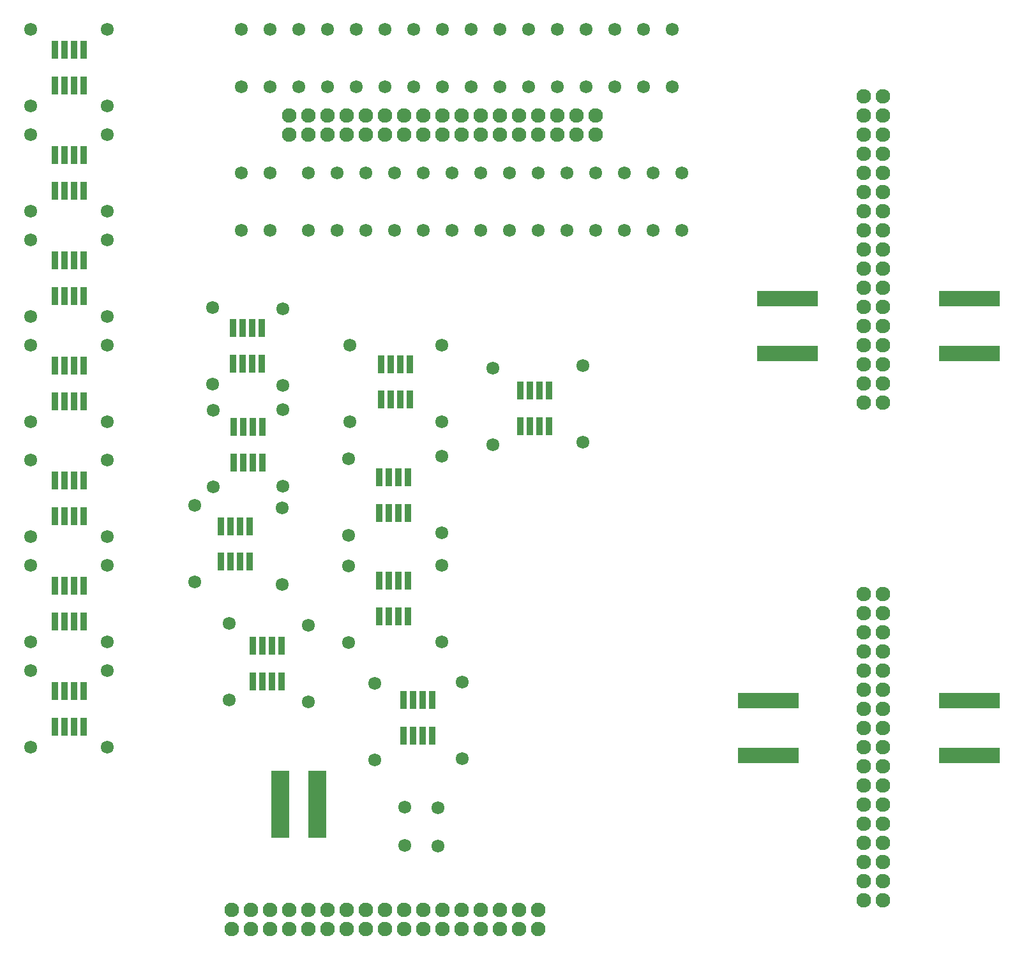
<source format=gbr>
G04 #@! TF.FileFunction,Soldermask,Top*
%FSLAX46Y46*%
G04 Gerber Fmt 4.6, Leading zero omitted, Abs format (unit mm)*
G04 Created by KiCad (PCBNEW 4.0.4-stable) date 12/23/16 23:50:51*
%MOMM*%
%LPD*%
G01*
G04 APERTURE LIST*
%ADD10C,0.100000*%
%ADD11R,0.831800X2.051000*%
%ADD12C,1.720800*%
%ADD13C,1.930000*%
%ADD14R,0.958800X2.381200*%
%ADD15R,2.381200X0.755600*%
G04 APERTURE END LIST*
D10*
D11*
X183108600Y-82372200D03*
X183769000Y-82372200D03*
X184404000Y-82372200D03*
X185064400Y-82372200D03*
X185724800Y-82372200D03*
X186359800Y-82372200D03*
X187020200Y-82372200D03*
X187655200Y-82372200D03*
X188315600Y-82372200D03*
X188976000Y-82372200D03*
X189611000Y-82372200D03*
X190271400Y-82372200D03*
X190271400Y-75107800D03*
X189611000Y-75107800D03*
X188976000Y-75107800D03*
X188315600Y-75107800D03*
X187655200Y-75107800D03*
X187020200Y-75107800D03*
X186359800Y-75107800D03*
X185724800Y-75107800D03*
X185064400Y-75107800D03*
X184404000Y-75107800D03*
X183769000Y-75107800D03*
X183108600Y-75107800D03*
X156438600Y-135712200D03*
X157099000Y-135712200D03*
X157734000Y-135712200D03*
X158394400Y-135712200D03*
X159054800Y-135712200D03*
X159689800Y-135712200D03*
X160350200Y-135712200D03*
X160985200Y-135712200D03*
X161645600Y-135712200D03*
X162306000Y-135712200D03*
X162941000Y-135712200D03*
X163601400Y-135712200D03*
X163601400Y-128447800D03*
X162941000Y-128447800D03*
X162306000Y-128447800D03*
X161645600Y-128447800D03*
X160985200Y-128447800D03*
X160350200Y-128447800D03*
X159689800Y-128447800D03*
X159054800Y-128447800D03*
X158394400Y-128447800D03*
X157734000Y-128447800D03*
X157099000Y-128447800D03*
X156438600Y-128447800D03*
D12*
X111810800Y-142570200D03*
X111810800Y-147650200D03*
X116179600Y-142697200D03*
X116179600Y-147777200D03*
D13*
X137160000Y-50800000D03*
X137160000Y-53340000D03*
X134620000Y-50800000D03*
X134620000Y-53340000D03*
X132080000Y-50800000D03*
X132080000Y-53340000D03*
X129540000Y-50800000D03*
X129540000Y-53340000D03*
X127000000Y-50800000D03*
X127000000Y-53340000D03*
X124460000Y-50800000D03*
X124460000Y-53340000D03*
X121920000Y-50800000D03*
X121920000Y-53340000D03*
X119380000Y-50800000D03*
X119380000Y-53340000D03*
X116840000Y-50800000D03*
X116840000Y-53340000D03*
X114300000Y-50800000D03*
X114300000Y-53340000D03*
X111760000Y-50800000D03*
X111760000Y-53340000D03*
X109220000Y-50800000D03*
X109220000Y-53340000D03*
X106680000Y-50800000D03*
X106680000Y-53340000D03*
X104140000Y-50800000D03*
X104140000Y-53340000D03*
X101600000Y-50800000D03*
X101600000Y-53340000D03*
X99060000Y-50800000D03*
X99060000Y-53340000D03*
X96520000Y-50800000D03*
X96520000Y-53340000D03*
X175260000Y-88900000D03*
X172720000Y-88900000D03*
X175260000Y-86360000D03*
X172720000Y-86360000D03*
X175260000Y-83820000D03*
X172720000Y-83820000D03*
X175260000Y-81280000D03*
X172720000Y-81280000D03*
X175260000Y-78740000D03*
X172720000Y-78740000D03*
X175260000Y-76200000D03*
X172720000Y-76200000D03*
X175260000Y-73660000D03*
X172720000Y-73660000D03*
X175260000Y-71120000D03*
X172720000Y-71120000D03*
X175260000Y-68580000D03*
X172720000Y-68580000D03*
X175260000Y-66040000D03*
X172720000Y-66040000D03*
X175260000Y-63500000D03*
X172720000Y-63500000D03*
X175260000Y-60960000D03*
X172720000Y-60960000D03*
X175260000Y-58420000D03*
X172720000Y-58420000D03*
X175260000Y-55880000D03*
X172720000Y-55880000D03*
X175260000Y-53340000D03*
X172720000Y-53340000D03*
X175260000Y-50800000D03*
X172720000Y-50800000D03*
X175260000Y-48260000D03*
X172720000Y-48260000D03*
X175260000Y-154940000D03*
X172720000Y-154940000D03*
X175260000Y-152400000D03*
X172720000Y-152400000D03*
X175260000Y-149860000D03*
X172720000Y-149860000D03*
X175260000Y-147320000D03*
X172720000Y-147320000D03*
X175260000Y-144780000D03*
X172720000Y-144780000D03*
X175260000Y-142240000D03*
X172720000Y-142240000D03*
X175260000Y-139700000D03*
X172720000Y-139700000D03*
X175260000Y-137160000D03*
X172720000Y-137160000D03*
X175260000Y-134620000D03*
X172720000Y-134620000D03*
X175260000Y-132080000D03*
X172720000Y-132080000D03*
X175260000Y-129540000D03*
X172720000Y-129540000D03*
X175260000Y-127000000D03*
X172720000Y-127000000D03*
X175260000Y-124460000D03*
X172720000Y-124460000D03*
X175260000Y-121920000D03*
X172720000Y-121920000D03*
X175260000Y-119380000D03*
X172720000Y-119380000D03*
X175260000Y-116840000D03*
X172720000Y-116840000D03*
X175260000Y-114300000D03*
X172720000Y-114300000D03*
X88900000Y-158750000D03*
X88900000Y-156210000D03*
X91440000Y-158750000D03*
X91440000Y-156210000D03*
X93980000Y-158750000D03*
X93980000Y-156210000D03*
X96520000Y-158750000D03*
X96520000Y-156210000D03*
X99060000Y-158750000D03*
X99060000Y-156210000D03*
X101600000Y-158750000D03*
X101600000Y-156210000D03*
X104140000Y-158750000D03*
X104140000Y-156210000D03*
X106680000Y-158750000D03*
X106680000Y-156210000D03*
X109220000Y-158750000D03*
X109220000Y-156210000D03*
X111760000Y-158750000D03*
X111760000Y-156210000D03*
X114300000Y-158750000D03*
X114300000Y-156210000D03*
X116840000Y-158750000D03*
X116840000Y-156210000D03*
X119380000Y-158750000D03*
X119380000Y-156210000D03*
X121920000Y-158750000D03*
X121920000Y-156210000D03*
X124460000Y-158750000D03*
X124460000Y-156210000D03*
X127000000Y-158750000D03*
X127000000Y-156210000D03*
X129540000Y-158750000D03*
X129540000Y-156210000D03*
D12*
X90170000Y-39370000D03*
X90170000Y-46990000D03*
X93980000Y-66040000D03*
X93980000Y-58420000D03*
X93980000Y-39370000D03*
X93980000Y-46990000D03*
X99060000Y-66040000D03*
X99060000Y-58420000D03*
X97790000Y-39370000D03*
X97790000Y-46990000D03*
X102870000Y-66040000D03*
X102870000Y-58420000D03*
X101600000Y-39370000D03*
X101600000Y-46990000D03*
X106680000Y-66040000D03*
X106680000Y-58420000D03*
X105410000Y-39370000D03*
X105410000Y-46990000D03*
X110490000Y-66040000D03*
X110490000Y-58420000D03*
X109220000Y-39370000D03*
X109220000Y-46990000D03*
X114300000Y-66040000D03*
X114300000Y-58420000D03*
X113030000Y-39370000D03*
X113030000Y-46990000D03*
X118110000Y-66040000D03*
X118110000Y-58420000D03*
X116840000Y-39370000D03*
X116840000Y-46990000D03*
X121920000Y-66040000D03*
X121920000Y-58420000D03*
X120650000Y-39370000D03*
X120650000Y-46990000D03*
X125730000Y-66040000D03*
X125730000Y-58420000D03*
X124460000Y-39370000D03*
X124460000Y-46990000D03*
X129540000Y-66040000D03*
X129540000Y-58420000D03*
X128270000Y-39370000D03*
X128270000Y-46990000D03*
X133350000Y-66040000D03*
X133350000Y-58420000D03*
X132080000Y-39370000D03*
X132080000Y-46990000D03*
X137160000Y-66040000D03*
X137160000Y-58420000D03*
X135890000Y-39370000D03*
X135890000Y-46990000D03*
X140970000Y-66040000D03*
X140970000Y-58420000D03*
X139700000Y-39370000D03*
X139700000Y-46990000D03*
X144780000Y-66040000D03*
X144780000Y-58420000D03*
X143510000Y-39370000D03*
X143510000Y-46990000D03*
X148590000Y-66040000D03*
X148590000Y-58420000D03*
X147320000Y-39370000D03*
X147320000Y-46990000D03*
X107873800Y-126187200D03*
X107873800Y-136347200D03*
X119405400Y-125984000D03*
X119405400Y-136144000D03*
X123520200Y-84302600D03*
X123520200Y-94462600D03*
X135407400Y-94183200D03*
X135407400Y-84023200D03*
X104394000Y-110617000D03*
X104394000Y-120777000D03*
X116713000Y-110490000D03*
X116713000Y-120650000D03*
X62230000Y-91440000D03*
X62230000Y-81280000D03*
X72390000Y-81280000D03*
X72390000Y-91440000D03*
X104394000Y-96393000D03*
X104394000Y-106553000D03*
X116713000Y-96012000D03*
X116713000Y-106172000D03*
X104495600Y-81280000D03*
X104495600Y-91440000D03*
X116687600Y-91440000D03*
X116687600Y-81280000D03*
X88519000Y-118237000D03*
X88519000Y-128397000D03*
X99060000Y-118491000D03*
X99060000Y-128651000D03*
X62230000Y-67310000D03*
X62230000Y-77470000D03*
X72390000Y-67310000D03*
X72390000Y-77470000D03*
X62230000Y-96520000D03*
X62230000Y-106680000D03*
X72390000Y-106680000D03*
X72390000Y-96520000D03*
X62230000Y-110490000D03*
X62230000Y-120650000D03*
X72390000Y-110490000D03*
X72390000Y-120650000D03*
X62230000Y-124460000D03*
X62230000Y-134620000D03*
X72390000Y-124460000D03*
X72390000Y-134620000D03*
X62230000Y-53340000D03*
X62230000Y-63500000D03*
X72390000Y-53340000D03*
X72390000Y-63500000D03*
X86385400Y-89941400D03*
X86385400Y-100101400D03*
X95605600Y-89865200D03*
X95605600Y-100025200D03*
X83947000Y-102514400D03*
X83947000Y-112674400D03*
X95554800Y-102870000D03*
X95554800Y-113030000D03*
X86309200Y-76276200D03*
X86309200Y-86436200D03*
X95605600Y-86588600D03*
X95605600Y-76428600D03*
X62230000Y-39370000D03*
X62230000Y-49530000D03*
X72390000Y-49530000D03*
X72390000Y-39370000D03*
X90170000Y-66040000D03*
X90170000Y-58420000D03*
D14*
X69215000Y-99237800D03*
X67945000Y-99237800D03*
X66675000Y-99237800D03*
X65405000Y-99237800D03*
X65405000Y-103962200D03*
X66675000Y-103962200D03*
X67945000Y-103962200D03*
X69215000Y-103962200D03*
X112496600Y-83794600D03*
X111226600Y-83794600D03*
X109956600Y-83794600D03*
X108686600Y-83794600D03*
X108686600Y-88519000D03*
X109956600Y-88519000D03*
X111226600Y-88519000D03*
X112496600Y-88519000D03*
X112268000Y-98856800D03*
X110998000Y-98856800D03*
X109728000Y-98856800D03*
X108458000Y-98856800D03*
X108458000Y-103581200D03*
X109728000Y-103581200D03*
X110998000Y-103581200D03*
X112268000Y-103581200D03*
X65405000Y-88722200D03*
X66675000Y-88722200D03*
X67945000Y-88722200D03*
X69215000Y-88722200D03*
X69215000Y-83997800D03*
X67945000Y-83997800D03*
X66675000Y-83997800D03*
X65405000Y-83997800D03*
X69215000Y-42087800D03*
X67945000Y-42087800D03*
X66675000Y-42087800D03*
X65405000Y-42087800D03*
X65405000Y-46812200D03*
X66675000Y-46812200D03*
X67945000Y-46812200D03*
X69215000Y-46812200D03*
X112268000Y-112572800D03*
X110998000Y-112572800D03*
X109728000Y-112572800D03*
X108458000Y-112572800D03*
X108458000Y-117297200D03*
X109728000Y-117297200D03*
X110998000Y-117297200D03*
X112268000Y-117297200D03*
X130962400Y-87299800D03*
X129692400Y-87299800D03*
X128422400Y-87299800D03*
X127152400Y-87299800D03*
X127152400Y-92024200D03*
X128422400Y-92024200D03*
X129692400Y-92024200D03*
X130962400Y-92024200D03*
X115493800Y-128397000D03*
X114223800Y-128397000D03*
X112953800Y-128397000D03*
X111683800Y-128397000D03*
X111683800Y-133121400D03*
X112953800Y-133121400D03*
X114223800Y-133121400D03*
X115493800Y-133121400D03*
X69215000Y-113207800D03*
X67945000Y-113207800D03*
X66675000Y-113207800D03*
X65405000Y-113207800D03*
X65405000Y-117932200D03*
X66675000Y-117932200D03*
X67945000Y-117932200D03*
X69215000Y-117932200D03*
X69215000Y-127177800D03*
X67945000Y-127177800D03*
X66675000Y-127177800D03*
X65405000Y-127177800D03*
X65405000Y-131902200D03*
X66675000Y-131902200D03*
X67945000Y-131902200D03*
X69215000Y-131902200D03*
X69215000Y-56057800D03*
X67945000Y-56057800D03*
X66675000Y-56057800D03*
X65405000Y-56057800D03*
X65405000Y-60782200D03*
X66675000Y-60782200D03*
X67945000Y-60782200D03*
X69215000Y-60782200D03*
X92964000Y-92125800D03*
X91694000Y-92125800D03*
X90424000Y-92125800D03*
X89154000Y-92125800D03*
X89154000Y-96850200D03*
X90424000Y-96850200D03*
X91694000Y-96850200D03*
X92964000Y-96850200D03*
X91262200Y-105308400D03*
X89992200Y-105308400D03*
X88722200Y-105308400D03*
X87452200Y-105308400D03*
X87452200Y-110032800D03*
X88722200Y-110032800D03*
X89992200Y-110032800D03*
X91262200Y-110032800D03*
X92887800Y-79019400D03*
X91617800Y-79019400D03*
X90347800Y-79019400D03*
X89077800Y-79019400D03*
X89077800Y-83743800D03*
X90347800Y-83743800D03*
X91617800Y-83743800D03*
X92887800Y-83743800D03*
X69215000Y-70027800D03*
X67945000Y-70027800D03*
X66675000Y-70027800D03*
X65405000Y-70027800D03*
X65405000Y-74752200D03*
X66675000Y-74752200D03*
X67945000Y-74752200D03*
X69215000Y-74752200D03*
X95504000Y-121208800D03*
X94234000Y-121208800D03*
X92964000Y-121208800D03*
X91694000Y-121208800D03*
X91694000Y-125933200D03*
X92964000Y-125933200D03*
X94234000Y-125933200D03*
X95504000Y-125933200D03*
D15*
X95326200Y-138125200D03*
X95326200Y-138734800D03*
X95326200Y-139395200D03*
X95326200Y-140004800D03*
X95326200Y-140665200D03*
X95326200Y-141274800D03*
X95326200Y-141935200D03*
X95326200Y-142544800D03*
X95326200Y-143205200D03*
X95326200Y-143814800D03*
X95326200Y-144475200D03*
X95326200Y-145084800D03*
X95326200Y-145745200D03*
X95326200Y-146354800D03*
X100253800Y-146354800D03*
X100253800Y-145745200D03*
X100253800Y-145084800D03*
X100253800Y-144475200D03*
X100253800Y-143814800D03*
X100253800Y-143205200D03*
X100253800Y-142544800D03*
X100253800Y-141935200D03*
X100253800Y-141274800D03*
X100253800Y-140665200D03*
X100253800Y-140004800D03*
X100253800Y-139395200D03*
X100253800Y-138734800D03*
X100253800Y-138125200D03*
D11*
X158978600Y-82372200D03*
X159639000Y-82372200D03*
X160274000Y-82372200D03*
X160934400Y-82372200D03*
X161594800Y-82372200D03*
X162229800Y-82372200D03*
X162890200Y-82372200D03*
X163525200Y-82372200D03*
X164185600Y-82372200D03*
X164846000Y-82372200D03*
X165481000Y-82372200D03*
X166141400Y-82372200D03*
X166141400Y-75107800D03*
X165481000Y-75107800D03*
X164846000Y-75107800D03*
X164185600Y-75107800D03*
X163525200Y-75107800D03*
X162890200Y-75107800D03*
X162229800Y-75107800D03*
X161594800Y-75107800D03*
X160934400Y-75107800D03*
X160274000Y-75107800D03*
X159639000Y-75107800D03*
X158978600Y-75107800D03*
X183108600Y-135712200D03*
X183769000Y-135712200D03*
X184404000Y-135712200D03*
X185064400Y-135712200D03*
X185724800Y-135712200D03*
X186359800Y-135712200D03*
X187020200Y-135712200D03*
X187655200Y-135712200D03*
X188315600Y-135712200D03*
X188976000Y-135712200D03*
X189611000Y-135712200D03*
X190271400Y-135712200D03*
X190271400Y-128447800D03*
X189611000Y-128447800D03*
X188976000Y-128447800D03*
X188315600Y-128447800D03*
X187655200Y-128447800D03*
X187020200Y-128447800D03*
X186359800Y-128447800D03*
X185724800Y-128447800D03*
X185064400Y-128447800D03*
X184404000Y-128447800D03*
X183769000Y-128447800D03*
X183108600Y-128447800D03*
M02*

</source>
